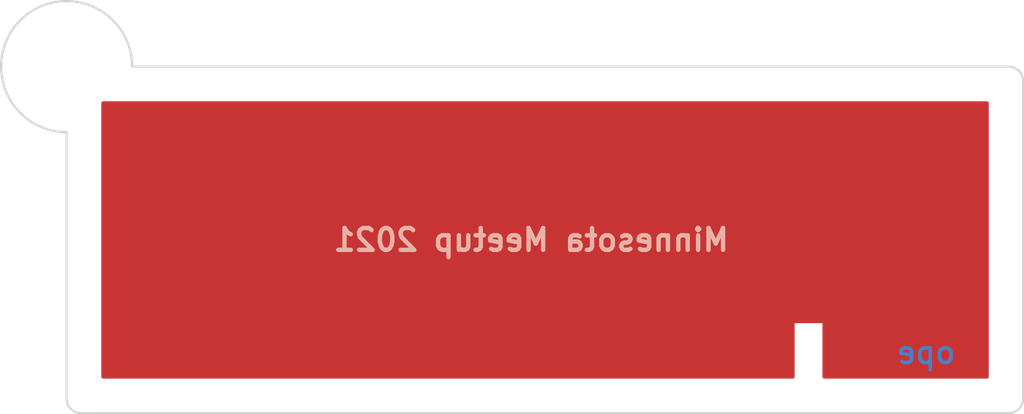
<source format=kicad_pcb>
(kicad_pcb (version 20171130) (host pcbnew "(5.1.10-1-10_14)")

  (general
    (thickness 1.6)
    (drawings 15)
    (tracks 0)
    (zones 0)
    (modules 68)
    (nets 1)
  )

  (page A4)
  (layers
    (0 F.Cu signal)
    (31 B.Cu signal)
    (32 B.Adhes user)
    (33 F.Adhes user)
    (34 B.Paste user)
    (35 F.Paste user)
    (36 B.SilkS user)
    (37 F.SilkS user)
    (38 B.Mask user)
    (39 F.Mask user)
    (40 Dwgs.User user)
    (41 Cmts.User user)
    (42 Eco1.User user)
    (43 Eco2.User user)
    (44 Edge.Cuts user)
    (45 Margin user)
    (46 B.CrtYd user)
    (47 F.CrtYd user)
    (48 B.Fab user)
    (49 F.Fab user hide)
  )

  (setup
    (last_trace_width 0.25)
    (trace_clearance 0.2)
    (zone_clearance 0)
    (zone_45_only no)
    (trace_min 0.2)
    (via_size 0.8)
    (via_drill 0.4)
    (via_min_size 0.4)
    (via_min_drill 0.3)
    (uvia_size 0.3)
    (uvia_drill 0.1)
    (uvias_allowed no)
    (uvia_min_size 0.2)
    (uvia_min_drill 0.1)
    (edge_width 0.15)
    (segment_width 0.15)
    (pcb_text_width 0.3)
    (pcb_text_size 1.5 1.5)
    (mod_edge_width 0.15)
    (mod_text_size 1 1)
    (mod_text_width 0.15)
    (pad_size 6 6)
    (pad_drill 4)
    (pad_to_mask_clearance 0)
    (aux_axis_origin 0 0)
    (grid_origin 150.97125 12.85875)
    (visible_elements 7FFFFFFF)
    (pcbplotparams
      (layerselection 0x010fc_ffffffff)
      (usegerberextensions false)
      (usegerberattributes false)
      (usegerberadvancedattributes false)
      (creategerberjobfile false)
      (excludeedgelayer true)
      (linewidth 0.100000)
      (plotframeref false)
      (viasonmask false)
      (mode 1)
      (useauxorigin false)
      (hpglpennumber 1)
      (hpglpenspeed 20)
      (hpglpendiameter 15.000000)
      (psnegative false)
      (psa4output false)
      (plotreference true)
      (plotvalue true)
      (plotinvisibletext false)
      (padsonsilk false)
      (subtractmaskfromsilk false)
      (outputformat 1)
      (mirror false)
      (drillshape 0)
      (scaleselection 1)
      (outputdirectory "Gerber"))
  )

  (net 0 "")

  (net_class Default "This is the default net class."
    (clearance 0.2)
    (trace_width 0.25)
    (via_dia 0.8)
    (via_drill 0.4)
    (uvia_dia 0.3)
    (uvia_drill 0.1)
  )

  (module random-keyboard-parts:Plate_hole_4mm (layer F.Cu) (tedit 5DBC5A61) (tstamp 611E1F7E)
    (at 150.97125 14.85875)
    (fp_text reference Ref** (at -0.0127 1.2065) (layer Dwgs.User) hide
      (effects (font (size 1 1) (thickness 0.15)))
    )
    (fp_text value Plate_hole_4mm (at 0 -0.5) (layer F.Fab)
      (effects (font (size 1 1) (thickness 0.15)))
    )
    (pad "" np_thru_hole circle (at 0.0127 -1.9939) (size 4 4) (drill 4) (layers *.Cu *.Mask))
  )

  (module locallib:Pad-1U (layer F.Cu) (tedit 5C08844F) (tstamp 5C08B7B4)
    (at 212.4075 24.765)
    (fp_text reference REF** (at 0 0.5) (layer Dwgs.User) hide
      (effects (font (size 1 1) (thickness 0.15)))
    )
    (fp_text value Pad-1U (at 0 -0.5) (layer F.Fab) hide
      (effects (font (size 1 1) (thickness 0.15)))
    )
    (pad "" smd rect (at 0 0) (size 3 3) (layers F.Mask)
      (solder_mask_margin -0.1))
  )

  (module locallib:Pad-1U (layer F.Cu) (tedit 5C08844F) (tstamp 5C08B7B0)
    (at 212.4075 28.575)
    (fp_text reference REF** (at 0 0.5) (layer Dwgs.User) hide
      (effects (font (size 1 1) (thickness 0.15)))
    )
    (fp_text value Pad-1U (at 0 -0.5) (layer F.Fab) hide
      (effects (font (size 1 1) (thickness 0.15)))
    )
    (pad "" smd rect (at 0 0) (size 3 3) (layers F.Mask)
      (solder_mask_margin -0.1))
  )

  (module locallib:Pad-1U (layer F.Cu) (tedit 5C08844F) (tstamp 5C08B5A9)
    (at 166.6875 17.145)
    (fp_text reference REF** (at 0 0.5) (layer Dwgs.User) hide
      (effects (font (size 1 1) (thickness 0.15)))
    )
    (fp_text value Pad-1U (at 0 -0.5) (layer F.Fab) hide
      (effects (font (size 1 1) (thickness 0.15)))
    )
    (pad "" smd rect (at 0 0) (size 3 3) (layers F.Mask)
      (solder_mask_margin -0.1))
  )

  (module locallib:Pad-1U (layer F.Cu) (tedit 5C08844F) (tstamp 5C08B5A5)
    (at 180.0225 20.955)
    (fp_text reference REF** (at 0 0.5) (layer Dwgs.User) hide
      (effects (font (size 1 1) (thickness 0.15)))
    )
    (fp_text value Pad-1U (at 0 -0.5) (layer F.Fab) hide
      (effects (font (size 1 1) (thickness 0.15)))
    )
    (pad "" smd rect (at 0 0) (size 3 3) (layers F.Mask)
      (solder_mask_margin -0.1))
  )

  (module locallib:Pad-1U (layer F.Cu) (tedit 5C08844F) (tstamp 5C08B5A1)
    (at 202.8825 20.955)
    (fp_text reference REF** (at 0 0.5) (layer Dwgs.User) hide
      (effects (font (size 1 1) (thickness 0.15)))
    )
    (fp_text value Pad-1U (at 0 -0.5) (layer F.Fab) hide
      (effects (font (size 1 1) (thickness 0.15)))
    )
    (pad "" smd rect (at 0 0) (size 3 3) (layers F.Mask)
      (solder_mask_margin -0.1))
  )

  (module locallib:Pad-1U (layer F.Cu) (tedit 5C08844F) (tstamp 5C08B59D)
    (at 189.5475 17.145)
    (fp_text reference REF** (at 0 0.5) (layer Dwgs.User) hide
      (effects (font (size 1 1) (thickness 0.15)))
    )
    (fp_text value Pad-1U (at 0 -0.5) (layer F.Fab) hide
      (effects (font (size 1 1) (thickness 0.15)))
    )
    (pad "" smd rect (at 0 0) (size 3 3) (layers F.Mask)
      (solder_mask_margin -0.1))
  )

  (module locallib:Pad-1.5U (layer F.Cu) (tedit 5C08853F) (tstamp 5C08B599)
    (at 156.21 20.955)
    (fp_text reference REF** (at 0 0.5) (layer Dwgs.User) hide
      (effects (font (size 1 1) (thickness 0.15)))
    )
    (fp_text value Pad-1.5U (at 0 -0.5) (layer F.Fab) hide
      (effects (font (size 1 1) (thickness 0.15)))
    )
    (pad "" smd rect (at 0 0) (size 4.905 3) (layers F.Mask)
      (solder_mask_margin -0.1))
  )

  (module locallib:Pad-1U (layer F.Cu) (tedit 5C08844F) (tstamp 5C08B595)
    (at 162.8775 17.145)
    (fp_text reference REF** (at 0 0.5) (layer Dwgs.User) hide
      (effects (font (size 1 1) (thickness 0.15)))
    )
    (fp_text value Pad-1U (at 0 -0.5) (layer F.Fab) hide
      (effects (font (size 1 1) (thickness 0.15)))
    )
    (pad "" smd rect (at 0 0) (size 3 3) (layers F.Mask)
      (solder_mask_margin -0.1))
  )

  (module locallib:Pad-1U (layer F.Cu) (tedit 5C08844F) (tstamp 5C08B591)
    (at 193.3575 17.145)
    (fp_text reference REF** (at 0 0.5) (layer Dwgs.User) hide
      (effects (font (size 1 1) (thickness 0.15)))
    )
    (fp_text value Pad-1U (at 0 -0.5) (layer F.Fab) hide
      (effects (font (size 1 1) (thickness 0.15)))
    )
    (pad "" smd rect (at 0 0) (size 3 3) (layers F.Mask)
      (solder_mask_margin -0.1))
  )

  (module locallib:Pad-1U (layer F.Cu) (tedit 5C08844F) (tstamp 5C08B58D)
    (at 172.4025 20.955)
    (fp_text reference REF** (at 0 0.5) (layer Dwgs.User) hide
      (effects (font (size 1 1) (thickness 0.15)))
    )
    (fp_text value Pad-1U (at 0 -0.5) (layer F.Fab) hide
      (effects (font (size 1 1) (thickness 0.15)))
    )
    (pad "" smd rect (at 0 0) (size 3 3) (layers F.Mask)
      (solder_mask_margin -0.1))
  )

  (module locallib:Pad-1U (layer F.Cu) (tedit 5C08844F) (tstamp 5C08B589)
    (at 178.1175 17.145)
    (fp_text reference REF** (at 0 0.5) (layer Dwgs.User) hide
      (effects (font (size 1 1) (thickness 0.15)))
    )
    (fp_text value Pad-1U (at 0 -0.5) (layer F.Fab) hide
      (effects (font (size 1 1) (thickness 0.15)))
    )
    (pad "" smd rect (at 0 0) (size 3 3) (layers F.Mask)
      (solder_mask_margin -0.1))
  )

  (module locallib:Pad-1U (layer F.Cu) (tedit 5C08844F) (tstamp 5C08B585)
    (at 170.4975 17.145)
    (fp_text reference REF** (at 0 0.5) (layer Dwgs.User) hide
      (effects (font (size 1 1) (thickness 0.15)))
    )
    (fp_text value Pad-1U (at 0 -0.5) (layer F.Fab) hide
      (effects (font (size 1 1) (thickness 0.15)))
    )
    (pad "" smd rect (at 0 0) (size 3 3) (layers F.Mask)
      (solder_mask_margin -0.1))
  )

  (module locallib:Pad-1U (layer F.Cu) (tedit 5C08844F) (tstamp 5C08B581)
    (at 159.0675 17.145)
    (fp_text reference REF** (at 0 0.5) (layer Dwgs.User) hide
      (effects (font (size 1 1) (thickness 0.15)))
    )
    (fp_text value Pad-1U (at 0 -0.5) (layer F.Fab) hide
      (effects (font (size 1 1) (thickness 0.15)))
    )
    (pad "" smd rect (at 0 0) (size 3 3) (layers F.Mask)
      (solder_mask_margin -0.1))
  )

  (module locallib:Pad-1U (layer F.Cu) (tedit 5C08844F) (tstamp 5C08B57D)
    (at 181.9275 17.145)
    (fp_text reference REF** (at 0 0.5) (layer Dwgs.User) hide
      (effects (font (size 1 1) (thickness 0.15)))
    )
    (fp_text value Pad-1U (at 0 -0.5) (layer F.Fab) hide
      (effects (font (size 1 1) (thickness 0.15)))
    )
    (pad "" smd rect (at 0 0) (size 3 3) (layers F.Mask)
      (solder_mask_margin -0.1))
  )

  (module locallib:Pad-1U (layer F.Cu) (tedit 5C08844F) (tstamp 5C08B579)
    (at 174.3075 17.145)
    (fp_text reference REF** (at 0 0.5) (layer Dwgs.User) hide
      (effects (font (size 1 1) (thickness 0.15)))
    )
    (fp_text value Pad-1U (at 0 -0.5) (layer F.Fab) hide
      (effects (font (size 1 1) (thickness 0.15)))
    )
    (pad "" smd rect (at 0 0) (size 3 3) (layers F.Mask)
      (solder_mask_margin -0.1))
  )

  (module locallib:Pad-1U (layer F.Cu) (tedit 5C08844F) (tstamp 5C08B575)
    (at 164.7825 20.955)
    (fp_text reference REF** (at 0 0.5) (layer Dwgs.User) hide
      (effects (font (size 1 1) (thickness 0.15)))
    )
    (fp_text value Pad-1U (at 0 -0.5) (layer F.Fab) hide
      (effects (font (size 1 1) (thickness 0.15)))
    )
    (pad "" smd rect (at 0 0) (size 3 3) (layers F.Mask)
      (solder_mask_margin -0.1))
  )

  (module locallib:Pad-1U (layer F.Cu) (tedit 5C08844F) (tstamp 5C08B571)
    (at 197.1675 17.145)
    (fp_text reference REF** (at 0 0.5) (layer Dwgs.User) hide
      (effects (font (size 1 1) (thickness 0.15)))
    )
    (fp_text value Pad-1U (at 0 -0.5) (layer F.Fab) hide
      (effects (font (size 1 1) (thickness 0.15)))
    )
    (pad "" smd rect (at 0 0) (size 3 3) (layers F.Mask)
      (solder_mask_margin -0.1))
  )

  (module locallib:Pad-1U (layer F.Cu) (tedit 5C08844F) (tstamp 5C08B56D)
    (at 208.5975 28.575)
    (fp_text reference REF** (at 0 0.5) (layer Dwgs.User) hide
      (effects (font (size 1 1) (thickness 0.15)))
    )
    (fp_text value Pad-1U (at 0 -0.5) (layer F.Fab) hide
      (effects (font (size 1 1) (thickness 0.15)))
    )
    (pad "" smd rect (at 0 0) (size 3 3) (layers F.Mask)
      (solder_mask_margin -0.1))
  )

  (module locallib:Pad-1U (layer F.Cu) (tedit 5C08844F) (tstamp 5C08B569)
    (at 212.4075 17.145)
    (fp_text reference REF** (at 0 0.5) (layer Dwgs.User) hide
      (effects (font (size 1 1) (thickness 0.15)))
    )
    (fp_text value Pad-1U (at 0 -0.5) (layer F.Fab) hide
      (effects (font (size 1 1) (thickness 0.15)))
    )
    (pad "" smd rect (at 0 0) (size 3 3) (layers F.Mask)
      (solder_mask_margin -0.1))
  )

  (module locallib:Pad-1U (layer F.Cu) (tedit 5C08844F) (tstamp 5C08B565)
    (at 191.4525 20.955)
    (fp_text reference REF** (at 0 0.5) (layer Dwgs.User) hide
      (effects (font (size 1 1) (thickness 0.15)))
    )
    (fp_text value Pad-1U (at 0 -0.5) (layer F.Fab) hide
      (effects (font (size 1 1) (thickness 0.15)))
    )
    (pad "" smd rect (at 0 0) (size 3 3) (layers F.Mask)
      (solder_mask_margin -0.1))
  )

  (module locallib:Pad-1U (layer F.Cu) (tedit 5C08844F) (tstamp 5C08B561)
    (at 208.5975 32.385)
    (fp_text reference REF** (at 0 0.5) (layer Dwgs.User) hide
      (effects (font (size 1 1) (thickness 0.15)))
    )
    (fp_text value Pad-1U (at 0 -0.5) (layer F.Fab) hide
      (effects (font (size 1 1) (thickness 0.15)))
    )
    (pad "" smd rect (at 0 0) (size 3 3) (layers F.Mask)
      (solder_mask_margin -0.1))
  )

  (module locallib:Pad-1U (layer F.Cu) (tedit 5C08844F) (tstamp 5C08B55D)
    (at 212.4075 32.385)
    (fp_text reference REF** (at 0 0.5) (layer Dwgs.User) hide
      (effects (font (size 1 1) (thickness 0.15)))
    )
    (fp_text value Pad-1U (at 0 -0.5) (layer F.Fab) hide
      (effects (font (size 1 1) (thickness 0.15)))
    )
    (pad "" smd rect (at 0 0) (size 3 3) (layers F.Mask)
      (solder_mask_margin -0.1))
  )

  (module locallib:Pad-1U (layer F.Cu) (tedit 5C08844F) (tstamp 5C08B559)
    (at 204.7875 32.385)
    (fp_text reference REF** (at 0 0.5) (layer Dwgs.User) hide
      (effects (font (size 1 1) (thickness 0.15)))
    )
    (fp_text value Pad-1U (at 0 -0.5) (layer F.Fab) hide
      (effects (font (size 1 1) (thickness 0.15)))
    )
    (pad "" smd rect (at 0 0) (size 3 3) (layers F.Mask)
      (solder_mask_margin -0.1))
  )

  (module locallib:Pad-1U (layer F.Cu) (tedit 5C08844F) (tstamp 5C08B555)
    (at 212.4075 20.955)
    (fp_text reference REF** (at 0 0.5) (layer Dwgs.User) hide
      (effects (font (size 1 1) (thickness 0.15)))
    )
    (fp_text value Pad-1U (at 0 -0.5) (layer F.Fab) hide
      (effects (font (size 1 1) (thickness 0.15)))
    )
    (pad "" smd rect (at 0 0) (size 3 3) (layers F.Mask)
      (solder_mask_margin -0.1))
  )

  (module locallib:Pad-1U (layer F.Cu) (tedit 5C08844F) (tstamp 5C08B551)
    (at 160.9725 20.955)
    (fp_text reference REF** (at 0 0.5) (layer Dwgs.User) hide
      (effects (font (size 1 1) (thickness 0.15)))
    )
    (fp_text value Pad-1U (at 0 -0.5) (layer F.Fab) hide
      (effects (font (size 1 1) (thickness 0.15)))
    )
    (pad "" smd rect (at 0 0) (size 3 3) (layers F.Mask)
      (solder_mask_margin -0.1))
  )

  (module locallib:Pad-1U (layer F.Cu) (tedit 5C08844F) (tstamp 5C08B54D)
    (at 185.7375 17.145)
    (fp_text reference REF** (at 0 0.5) (layer Dwgs.User) hide
      (effects (font (size 1 1) (thickness 0.15)))
    )
    (fp_text value Pad-1U (at 0 -0.5) (layer F.Fab) hide
      (effects (font (size 1 1) (thickness 0.15)))
    )
    (pad "" smd rect (at 0 0) (size 3 3) (layers F.Mask)
      (solder_mask_margin -0.1))
  )

  (module locallib:Pad-2.25U (layer F.Cu) (tedit 5C088496) (tstamp 5C08B549)
    (at 157.63875 28.575)
    (fp_text reference REF** (at 0 0.5) (layer Dwgs.User) hide
      (effects (font (size 1 1) (thickness 0.15)))
    )
    (fp_text value Pad-2.25U (at 0 -0.5) (layer F.Fab) hide
      (effects (font (size 1 1) (thickness 0.15)))
    )
    (pad "" smd rect (at 0 0) (size 7.7625 3) (layers F.Mask)
      (solder_mask_margin -0.1))
  )

  (module locallib:Pad-1U (layer F.Cu) (tedit 5C08844F) (tstamp 5C08B545)
    (at 175.26 28.575)
    (fp_text reference REF** (at 0 0.5) (layer Dwgs.User) hide
      (effects (font (size 1 1) (thickness 0.15)))
    )
    (fp_text value Pad-1U (at 0 -0.5) (layer F.Fab) hide
      (effects (font (size 1 1) (thickness 0.15)))
    )
    (pad "" smd rect (at 0 0) (size 3 3) (layers F.Mask)
      (solder_mask_margin -0.1))
  )

  (module locallib:Pad-1U (layer F.Cu) (tedit 5C08844F) (tstamp 5C08B541)
    (at 179.07 28.575)
    (fp_text reference REF** (at 0 0.5) (layer Dwgs.User) hide
      (effects (font (size 1 1) (thickness 0.15)))
    )
    (fp_text value Pad-1U (at 0 -0.5) (layer F.Fab) hide
      (effects (font (size 1 1) (thickness 0.15)))
    )
    (pad "" smd rect (at 0 0) (size 3 3) (layers F.Mask)
      (solder_mask_margin -0.1))
  )

  (module locallib:Pad-1U (layer F.Cu) (tedit 5C08844F) (tstamp 5C08B53D)
    (at 190.5 28.575)
    (fp_text reference REF** (at 0 0.5) (layer Dwgs.User) hide
      (effects (font (size 1 1) (thickness 0.15)))
    )
    (fp_text value Pad-1U (at 0 -0.5) (layer F.Fab) hide
      (effects (font (size 1 1) (thickness 0.15)))
    )
    (pad "" smd rect (at 0 0) (size 3 3) (layers F.Mask)
      (solder_mask_margin -0.1))
  )

  (module locallib:Pad-2.25U (layer F.Cu) (tedit 5C088496) (tstamp 5C08B539)
    (at 206.21625 24.765)
    (fp_text reference REF** (at 0 0.5) (layer Dwgs.User) hide
      (effects (font (size 1 1) (thickness 0.15)))
    )
    (fp_text value Pad-2.25U (at 0 -0.5) (layer F.Fab) hide
      (effects (font (size 1 1) (thickness 0.15)))
    )
    (pad "" smd rect (at 0 0) (size 7.7625 3) (layers F.Mask)
      (solder_mask_margin -0.1))
  )

  (module locallib:Pad-2U (layer F.Cu) (tedit 5C08848A) (tstamp 5C08B535)
    (at 206.6925 17.145)
    (fp_text reference REF** (at 0 0.5) (layer Dwgs.User) hide
      (effects (font (size 1 1) (thickness 0.15)))
    )
    (fp_text value Pad-2U (at 0 -0.5) (layer F.Fab) hide
      (effects (font (size 1 1) (thickness 0.15)))
    )
    (pad "" smd rect (at 0 0) (size 6.81 3) (layers F.Mask)
      (solder_mask_margin -0.1))
  )

  (module locallib:Pad-1U (layer F.Cu) (tedit 5C08844F) (tstamp 5C08B531)
    (at 184.785 24.765)
    (fp_text reference REF** (at 0 0.5) (layer Dwgs.User) hide
      (effects (font (size 1 1) (thickness 0.15)))
    )
    (fp_text value Pad-1U (at 0 -0.5) (layer F.Fab) hide
      (effects (font (size 1 1) (thickness 0.15)))
    )
    (pad "" smd rect (at 0 0) (size 3 3) (layers F.Mask)
      (solder_mask_margin -0.1))
  )

  (module locallib:Pad-1U (layer F.Cu) (tedit 5C08844F) (tstamp 5C08B52D)
    (at 183.8325 20.955)
    (fp_text reference REF** (at 0 0.5) (layer Dwgs.User) hide
      (effects (font (size 1 1) (thickness 0.15)))
    )
    (fp_text value Pad-1U (at 0 -0.5) (layer F.Fab) hide
      (effects (font (size 1 1) (thickness 0.15)))
    )
    (pad "" smd rect (at 0 0) (size 3 3) (layers F.Mask)
      (solder_mask_margin -0.1))
  )

  (module locallib:Pad-1U (layer F.Cu) (tedit 5C08844F) (tstamp 5C08B529)
    (at 195.2625 20.955)
    (fp_text reference REF** (at 0 0.5) (layer Dwgs.User) hide
      (effects (font (size 1 1) (thickness 0.15)))
    )
    (fp_text value Pad-1U (at 0 -0.5) (layer F.Fab) hide
      (effects (font (size 1 1) (thickness 0.15)))
    )
    (pad "" smd rect (at 0 0) (size 3 3) (layers F.Mask)
      (solder_mask_margin -0.1))
  )

  (module locallib:Pad-1U (layer F.Cu) (tedit 5C08844F) (tstamp 5C08B525)
    (at 180.975 24.765)
    (fp_text reference REF** (at 0 0.5) (layer Dwgs.User) hide
      (effects (font (size 1 1) (thickness 0.15)))
    )
    (fp_text value Pad-1U (at 0 -0.5) (layer F.Fab) hide
      (effects (font (size 1 1) (thickness 0.15)))
    )
    (pad "" smd rect (at 0 0) (size 3 3) (layers F.Mask)
      (solder_mask_margin -0.1))
  )

  (module locallib:Pad-1U (layer F.Cu) (tedit 5C08844F) (tstamp 5C08B521)
    (at 165.735 24.765)
    (fp_text reference REF** (at 0 0.5) (layer Dwgs.User) hide
      (effects (font (size 1 1) (thickness 0.15)))
    )
    (fp_text value Pad-1U (at 0 -0.5) (layer F.Fab) hide
      (effects (font (size 1 1) (thickness 0.15)))
    )
    (pad "" smd rect (at 0 0) (size 3 3) (layers F.Mask)
      (solder_mask_margin -0.1))
  )

  (module locallib:Pad-1U (layer F.Cu) (tedit 5C08844F) (tstamp 5C08B51D)
    (at 173.355 24.765)
    (fp_text reference REF** (at 0 0.5) (layer Dwgs.User) hide
      (effects (font (size 1 1) (thickness 0.15)))
    )
    (fp_text value Pad-1U (at 0 -0.5) (layer F.Fab) hide
      (effects (font (size 1 1) (thickness 0.15)))
    )
    (pad "" smd rect (at 0 0) (size 3 3) (layers F.Mask)
      (solder_mask_margin -0.1))
  )

  (module locallib:Pad-1U (layer F.Cu) (tedit 5C08844F) (tstamp 5C08B519)
    (at 182.88 28.575)
    (fp_text reference REF** (at 0 0.5) (layer Dwgs.User) hide
      (effects (font (size 1 1) (thickness 0.15)))
    )
    (fp_text value Pad-1U (at 0 -0.5) (layer F.Fab) hide
      (effects (font (size 1 1) (thickness 0.15)))
    )
    (pad "" smd rect (at 0 0) (size 3 3) (layers F.Mask)
      (solder_mask_margin -0.1))
  )

  (module locallib:Pad-1U (layer F.Cu) (tedit 5C08844F) (tstamp 5C08B515)
    (at 192.405 24.765)
    (fp_text reference REF** (at 0 0.5) (layer Dwgs.User) hide
      (effects (font (size 1 1) (thickness 0.15)))
    )
    (fp_text value Pad-1U (at 0 -0.5) (layer F.Fab) hide
      (effects (font (size 1 1) (thickness 0.15)))
    )
    (pad "" smd rect (at 0 0) (size 3 3) (layers F.Mask)
      (solder_mask_margin -0.1))
  )

  (module locallib:Pad-1U (layer F.Cu) (tedit 5C08844F) (tstamp 5C08B511)
    (at 176.2125 20.955)
    (fp_text reference REF** (at 0 0.5) (layer Dwgs.User) hide
      (effects (font (size 1 1) (thickness 0.15)))
    )
    (fp_text value Pad-1U (at 0 -0.5) (layer F.Fab) hide
      (effects (font (size 1 1) (thickness 0.15)))
    )
    (pad "" smd rect (at 0 0) (size 3 3) (layers F.Mask)
      (solder_mask_margin -0.1))
  )

  (module locallib:Pad-1U (layer F.Cu) (tedit 5C08844F) (tstamp 5C08B50D)
    (at 155.2575 17.145)
    (fp_text reference REF** (at 0 0.5) (layer Dwgs.User) hide
      (effects (font (size 1 1) (thickness 0.15)))
    )
    (fp_text value Pad-1U (at 0 -0.5) (layer F.Fab) hide
      (effects (font (size 1 1) (thickness 0.15)))
    )
    (pad "" smd rect (at 0 0) (size 3 3) (layers F.Mask)
      (solder_mask_margin -0.1))
  )

  (module locallib:Pad-1U (layer F.Cu) (tedit 5C08844F) (tstamp 5C08B509)
    (at 200.025 24.765)
    (fp_text reference REF** (at 0 0.5) (layer Dwgs.User) hide
      (effects (font (size 1 1) (thickness 0.15)))
    )
    (fp_text value Pad-1U (at 0 -0.5) (layer F.Fab) hide
      (effects (font (size 1 1) (thickness 0.15)))
    )
    (pad "" smd rect (at 0 0) (size 3 3) (layers F.Mask)
      (solder_mask_margin -0.1))
  )

  (module locallib:Pad-1U (layer F.Cu) (tedit 5C08844F) (tstamp 5C08B505)
    (at 163.83 28.575)
    (fp_text reference REF** (at 0 0.5) (layer Dwgs.User) hide
      (effects (font (size 1 1) (thickness 0.15)))
    )
    (fp_text value Pad-1U (at 0 -0.5) (layer F.Fab) hide
      (effects (font (size 1 1) (thickness 0.15)))
    )
    (pad "" smd rect (at 0 0) (size 3 3) (layers F.Mask)
      (solder_mask_margin -0.1))
  )

  (module locallib:Pad-1U (layer F.Cu) (tedit 5C08844F) (tstamp 5C08B501)
    (at 167.64 28.575)
    (fp_text reference REF** (at 0 0.5) (layer Dwgs.User) hide
      (effects (font (size 1 1) (thickness 0.15)))
    )
    (fp_text value Pad-1U (at 0 -0.5) (layer F.Fab) hide
      (effects (font (size 1 1) (thickness 0.15)))
    )
    (pad "" smd rect (at 0 0) (size 3 3) (layers F.Mask)
      (solder_mask_margin -0.1))
  )

  (module locallib:Pad-1U (layer F.Cu) (tedit 5C08844F) (tstamp 5C08B4FD)
    (at 177.165 24.765)
    (fp_text reference REF** (at 0 0.5) (layer Dwgs.User) hide
      (effects (font (size 1 1) (thickness 0.15)))
    )
    (fp_text value Pad-1U (at 0 -0.5) (layer F.Fab) hide
      (effects (font (size 1 1) (thickness 0.15)))
    )
    (pad "" smd rect (at 0 0) (size 3 3) (layers F.Mask)
      (solder_mask_margin -0.1))
  )

  (module locallib:Pad-1.5U (layer F.Cu) (tedit 5C08853F) (tstamp 5C08B4F9)
    (at 207.645 20.955)
    (fp_text reference REF** (at 0 0.5) (layer Dwgs.User) hide
      (effects (font (size 1 1) (thickness 0.15)))
    )
    (fp_text value Pad-1.5U (at 0 -0.5) (layer F.Fab) hide
      (effects (font (size 1 1) (thickness 0.15)))
    )
    (pad "" smd rect (at 0 0) (size 4.905 3) (layers F.Mask)
      (solder_mask_margin -0.1))
  )

  (module locallib:Pad-1U (layer F.Cu) (tedit 5C08844F) (tstamp 5C08B4F5)
    (at 199.0725 20.955)
    (fp_text reference REF** (at 0 0.5) (layer Dwgs.User) hide
      (effects (font (size 1 1) (thickness 0.15)))
    )
    (fp_text value Pad-1U (at 0 -0.5) (layer F.Fab) hide
      (effects (font (size 1 1) (thickness 0.15)))
    )
    (pad "" smd rect (at 0 0) (size 3 3) (layers F.Mask)
      (solder_mask_margin -0.1))
  )

  (module locallib:Pad-1U (layer F.Cu) (tedit 5C08844F) (tstamp 5C08B4F1)
    (at 169.545 24.765)
    (fp_text reference REF** (at 0 0.5) (layer Dwgs.User) hide
      (effects (font (size 1 1) (thickness 0.15)))
    )
    (fp_text value Pad-1U (at 0 -0.5) (layer F.Fab) hide
      (effects (font (size 1 1) (thickness 0.15)))
    )
    (pad "" smd rect (at 0 0) (size 3 3) (layers F.Mask)
      (solder_mask_margin -0.1))
  )

  (module locallib:Pad-1U (layer F.Cu) (tedit 5C08844F) (tstamp 5C08B4ED)
    (at 198.12 28.575)
    (fp_text reference REF** (at 0 0.5) (layer Dwgs.User) hide
      (effects (font (size 1 1) (thickness 0.15)))
    )
    (fp_text value Pad-1U (at 0 -0.5) (layer F.Fab) hide
      (effects (font (size 1 1) (thickness 0.15)))
    )
    (pad "" smd rect (at 0 0) (size 3 3) (layers F.Mask)
      (solder_mask_margin -0.1))
  )

  (module locallib:Pad-1U (layer F.Cu) (tedit 5C08844F) (tstamp 5C08B4E9)
    (at 194.31 28.575)
    (fp_text reference REF** (at 0 0.5) (layer Dwgs.User) hide
      (effects (font (size 1 1) (thickness 0.15)))
    )
    (fp_text value Pad-1U (at 0 -0.5) (layer F.Fab) hide
      (effects (font (size 1 1) (thickness 0.15)))
    )
    (pad "" smd rect (at 0 0) (size 3 3) (layers F.Mask)
      (solder_mask_margin -0.1))
  )

  (module locallib:Pad-1U (layer F.Cu) (tedit 5C08844F) (tstamp 5C08B4E5)
    (at 171.45 28.575)
    (fp_text reference REF** (at 0 0.5) (layer Dwgs.User) hide
      (effects (font (size 1 1) (thickness 0.15)))
    )
    (fp_text value Pad-1U (at 0 -0.5) (layer F.Fab) hide
      (effects (font (size 1 1) (thickness 0.15)))
    )
    (pad "" smd rect (at 0 0) (size 3 3) (layers F.Mask)
      (solder_mask_margin -0.1))
  )

  (module locallib:Pad-1U (layer F.Cu) (tedit 5C08844F) (tstamp 5C08B4E1)
    (at 186.69 28.575)
    (fp_text reference REF** (at 0 0.5) (layer Dwgs.User) hide
      (effects (font (size 1 1) (thickness 0.15)))
    )
    (fp_text value Pad-1U (at 0 -0.5) (layer F.Fab) hide
      (effects (font (size 1 1) (thickness 0.15)))
    )
    (pad "" smd rect (at 0 0) (size 3 3) (layers F.Mask)
      (solder_mask_margin -0.1))
  )

  (module locallib:Pad-1U (layer F.Cu) (tedit 5C08844F) (tstamp 5C08B4DD)
    (at 196.215 24.765)
    (fp_text reference REF** (at 0 0.5) (layer Dwgs.User) hide
      (effects (font (size 1 1) (thickness 0.15)))
    )
    (fp_text value Pad-1U (at 0 -0.5) (layer F.Fab) hide
      (effects (font (size 1 1) (thickness 0.15)))
    )
    (pad "" smd rect (at 0 0) (size 3 3) (layers F.Mask)
      (solder_mask_margin -0.1))
  )

  (module locallib:Pad-1U (layer F.Cu) (tedit 5C08844F) (tstamp 5C08B4D9)
    (at 168.5925 20.955)
    (fp_text reference REF** (at 0 0.5) (layer Dwgs.User) hide
      (effects (font (size 1 1) (thickness 0.15)))
    )
    (fp_text value Pad-1U (at 0 -0.5) (layer F.Fab) hide
      (effects (font (size 1 1) (thickness 0.15)))
    )
    (pad "" smd rect (at 0 0) (size 3 3) (layers F.Mask)
      (solder_mask_margin -0.1))
  )

  (module locallib:Pad-1.75U (layer F.Cu) (tedit 5C08847B) (tstamp 5C08B4D5)
    (at 156.68625 24.765)
    (fp_text reference REF** (at 0 0.5) (layer Dwgs.User) hide
      (effects (font (size 1 1) (thickness 0.15)))
    )
    (fp_text value Pad-1.75U (at 0 -0.5) (layer F.Fab) hide
      (effects (font (size 1 1) (thickness 0.15)))
    )
    (pad "" smd rect (at 0 0) (size 5.8575 3) (layers F.Mask)
      (solder_mask_margin -0.1))
  )

  (module locallib:Pad-1U (layer F.Cu) (tedit 5C08844F) (tstamp 5C08B4D1)
    (at 188.595 24.765)
    (fp_text reference REF** (at 0 0.5) (layer Dwgs.User) hide
      (effects (font (size 1 1) (thickness 0.15)))
    )
    (fp_text value Pad-1U (at 0 -0.5) (layer F.Fab) hide
      (effects (font (size 1 1) (thickness 0.15)))
    )
    (pad "" smd rect (at 0 0) (size 3 3) (layers F.Mask)
      (solder_mask_margin -0.1))
  )

  (module locallib:Pad-1U (layer F.Cu) (tedit 5C08844F) (tstamp 5C08B4CD)
    (at 161.925 24.765)
    (fp_text reference REF** (at 0 0.5) (layer Dwgs.User) hide
      (effects (font (size 1 1) (thickness 0.15)))
    )
    (fp_text value Pad-1U (at 0 -0.5) (layer F.Fab) hide
      (effects (font (size 1 1) (thickness 0.15)))
    )
    (pad "" smd rect (at 0 0) (size 3 3) (layers F.Mask)
      (solder_mask_margin -0.1))
  )

  (module locallib:Pad-1U (layer F.Cu) (tedit 5C08844F) (tstamp 5C08B4A9)
    (at 187.6425 20.955)
    (fp_text reference REF** (at 0 0.5) (layer Dwgs.User) hide
      (effects (font (size 1 1) (thickness 0.15)))
    )
    (fp_text value Pad-1U (at 0 -0.5) (layer F.Fab) hide
      (effects (font (size 1 1) (thickness 0.15)))
    )
    (pad "" smd rect (at 0 0) (size 3 3) (layers F.Mask)
      (solder_mask_margin -0.1))
  )

  (module locallib:Pad-1U (layer F.Cu) (tedit 5C08844F) (tstamp 5C08B4A5)
    (at 200.9775 17.145)
    (fp_text reference REF** (at 0 0.5) (layer Dwgs.User) hide
      (effects (font (size 1 1) (thickness 0.15)))
    )
    (fp_text value Pad-1U (at 0 -0.5) (layer F.Fab) hide
      (effects (font (size 1 1) (thickness 0.15)))
    )
    (pad "" smd rect (at 0 0) (size 3 3) (layers F.Mask)
      (solder_mask_margin -0.1))
  )

  (module locallib:Pad-1.75U (layer F.Cu) (tedit 5C08847B) (tstamp 5C08B76A)
    (at 203.35875 28.575)
    (fp_text reference REF** (at 0 0.5) (layer Dwgs.User) hide
      (effects (font (size 1 1) (thickness 0.15)))
    )
    (fp_text value Pad-1.75U (at 0 -0.5) (layer F.Fab) hide
      (effects (font (size 1 1) (thickness 0.15)))
    )
    (pad "" smd rect (at 0 0) (size 5.8575 3) (layers F.Mask)
      (solder_mask_margin -0.1))
  )

  (module locallib:Pad-1.25U (layer F.Cu) (tedit 5C08845E) (tstamp 5C089371)
    (at 155.73375 32.385)
    (fp_text reference REF** (at 0 0.5) (layer Dwgs.User) hide
      (effects (font (size 1 1) (thickness 0.15)))
    )
    (fp_text value Pad-1.25U (at 0 -0.5) (layer F.Fab) hide
      (effects (font (size 1 1) (thickness 0.15)))
    )
    (pad "" smd rect (at 0 0) (size 3.9525 3) (layers F.Mask)
      (solder_mask_margin -0.1))
  )

  (module locallib:Pad-1.25U (layer F.Cu) (tedit 5C08845E) (tstamp 5C08937A)
    (at 160.49625 32.385)
    (fp_text reference REF** (at 0 0.5) (layer Dwgs.User) hide
      (effects (font (size 1 1) (thickness 0.15)))
    )
    (fp_text value Pad-1.25U (at 0 -0.5) (layer F.Fab) hide
      (effects (font (size 1 1) (thickness 0.15)))
    )
    (pad "" smd rect (at 0 0) (size 3.9525 3) (layers F.Mask)
      (solder_mask_margin -0.1))
  )

  (module locallib:Pad-1.25U (layer F.Cu) (tedit 5C08845E) (tstamp 5C089383)
    (at 165.25875 32.385)
    (fp_text reference REF** (at 0 0.5) (layer Dwgs.User) hide
      (effects (font (size 1 1) (thickness 0.15)))
    )
    (fp_text value Pad-1.25U (at 0 -0.5) (layer F.Fab) hide
      (effects (font (size 1 1) (thickness 0.15)))
    )
    (pad "" smd rect (at 0 0) (size 3.9525 3) (layers F.Mask)
      (solder_mask_margin -0.1))
  )

  (module locallib:Pad-6.25U (layer F.Cu) (tedit 5C0884BF) (tstamp 5C08939D)
    (at 179.54625 32.385)
    (fp_text reference REF** (at 0 0.5) (layer Dwgs.User) hide
      (effects (font (size 1 1) (thickness 0.15)))
    )
    (fp_text value Pad-6.25U (at 0 -0.5) (layer F.Fab) hide
      (effects (font (size 1 1) (thickness 0.15)))
    )
    (pad "" smd rect (at 0 0) (size 23.0025 3) (layers F.Mask)
      (solder_mask_margin -0.1))
  )

  (module locallib:Pad-1.25U (layer F.Cu) (tedit 5C08845E) (tstamp 5C0893AA)
    (at 193.83375 32.385)
    (fp_text reference REF** (at 0 0.5) (layer Dwgs.User) hide
      (effects (font (size 1 1) (thickness 0.15)))
    )
    (fp_text value Pad-1.25U (at 0 -0.5) (layer F.Fab) hide
      (effects (font (size 1 1) (thickness 0.15)))
    )
    (pad "" smd rect (at 0 0) (size 3.9525 3) (layers F.Mask)
      (solder_mask_margin -0.1))
  )

  (module locallib:Pad-1.25U (layer F.Cu) (tedit 5C08845E) (tstamp 5C0893B7)
    (at 198.59625 32.385)
    (fp_text reference REF** (at 0 0.5) (layer Dwgs.User) hide
      (effects (font (size 1 1) (thickness 0.15)))
    )
    (fp_text value Pad-1.25U (at 0 -0.5) (layer F.Fab) hide
      (effects (font (size 1 1) (thickness 0.15)))
    )
    (pad "" smd rect (at 0 0) (size 3.9525 3) (layers F.Mask)
      (solder_mask_margin -0.1))
  )

  (gr_line (start 150.97125 35.65875) (end 150.97125 17.35875) (layer Edge.Cuts) (width 0.15))
  (gr_arc (start 151.97125 35.65875) (end 150.97125 35.65875) (angle -90) (layer Edge.Cuts) (width 0.15) (tstamp 611BC72B))
  (gr_arc (start 215.67125 35.65875) (end 215.67125 36.65875) (angle -90) (layer Edge.Cuts) (width 0.15) (tstamp 611BC708))
  (gr_arc (start 215.67125 13.85875) (end 216.67125 13.85875) (angle -90) (layer Edge.Cuts) (width 0.15))
  (gr_arc (start 150.97125 12.85875) (end 155.47125 12.85875) (angle -270) (layer Edge.Cuts) (width 0.15))
  (gr_text ope (at 210 32.5) (layer B.Mask) (tstamp 6119A2C0)
    (effects (font (size 1.5 1.5) (thickness 0.375)) (justify mirror))
  )
  (gr_text ope (at 210 32.5) (layer B.Cu)
    (effects (font (size 1.5 1.5) (thickness 0.25)) (justify mirror))
  )
  (gr_text "Minnesota Meetup 2021" (at 182.88 24.765) (layer B.SilkS)
    (effects (font (size 1.5 1.5) (thickness 0.3)) (justify mirror))
  )
  (gr_line (start 215.67125 36.65875) (end 151.97125 36.65875) (layer Edge.Cuts) (width 0.15))
  (gr_line (start 216.67125 13.85875) (end 216.67125 35.65875) (layer Edge.Cuts) (width 0.15))
  (gr_line (start 155.47125 12.85875) (end 215.67125 12.85875) (layer Edge.Cuts) (width 0.15))
  (gr_line (start 214.78875 34.76625) (end 152.87625 34.76625) (layer Cmts.User) (width 0.15) (tstamp 5C08B4A4))
  (gr_line (start 214.78875 14.76375) (end 214.78875 34.76625) (layer Cmts.User) (width 0.15) (tstamp 5C08B4A3))
  (gr_line (start 152.87625 14.76375) (end 214.78875 14.76375) (layer Cmts.User) (width 0.15) (tstamp 5C08B4A2))
  (gr_line (start 152.87625 34.76625) (end 152.87625 14.76375) (layer Cmts.User) (width 0.15) (tstamp 5C08B4A1))

  (zone (net 0) (net_name "") (layer F.Cu) (tstamp 611E2D41) (hatch edge 0.508)
    (connect_pads (clearance 0))
    (min_thickness 0.254)
    (fill yes (arc_segments 16) (thermal_gap 0.508) (thermal_bridge_width 0.508))
    (polygon
      (pts
        (xy 214.3125 15.24) (xy 214.3125 34.29) (xy 202.8825 34.29) (xy 202.8825 30.48) (xy 200.9775 30.48)
        (xy 200.9775 34.29) (xy 153.3525 34.29) (xy 153.3525 15.24)
      )
    )
    (filled_polygon
      (pts
        (xy 214.1855 34.163) (xy 203.0095 34.163) (xy 203.0095 30.48) (xy 203.00706 30.455224) (xy 202.999833 30.431399)
        (xy 202.988097 30.409443) (xy 202.972303 30.390197) (xy 202.953057 30.374403) (xy 202.931101 30.362667) (xy 202.907276 30.35544)
        (xy 202.8825 30.353) (xy 200.9775 30.353) (xy 200.952724 30.35544) (xy 200.928899 30.362667) (xy 200.906943 30.374403)
        (xy 200.887697 30.390197) (xy 200.871903 30.409443) (xy 200.860167 30.431399) (xy 200.85294 30.455224) (xy 200.8505 30.48)
        (xy 200.8505 34.163) (xy 153.4795 34.163) (xy 153.4795 15.367) (xy 214.1855 15.367)
      )
    )
  )
)

</source>
